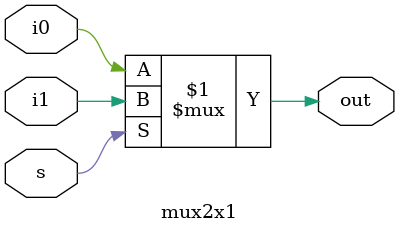
<source format=v>
module mux2x1 (
    input wire i0,    // Input 0
    input wire i1,    // Input 1
    input wire s,     // Select signal
    output wire out    // Output
);

    // If s = 0, out = i0
    // If s = 1, out = i1 

    assign out = s ? i1 : i0;

endmodule
</source>
